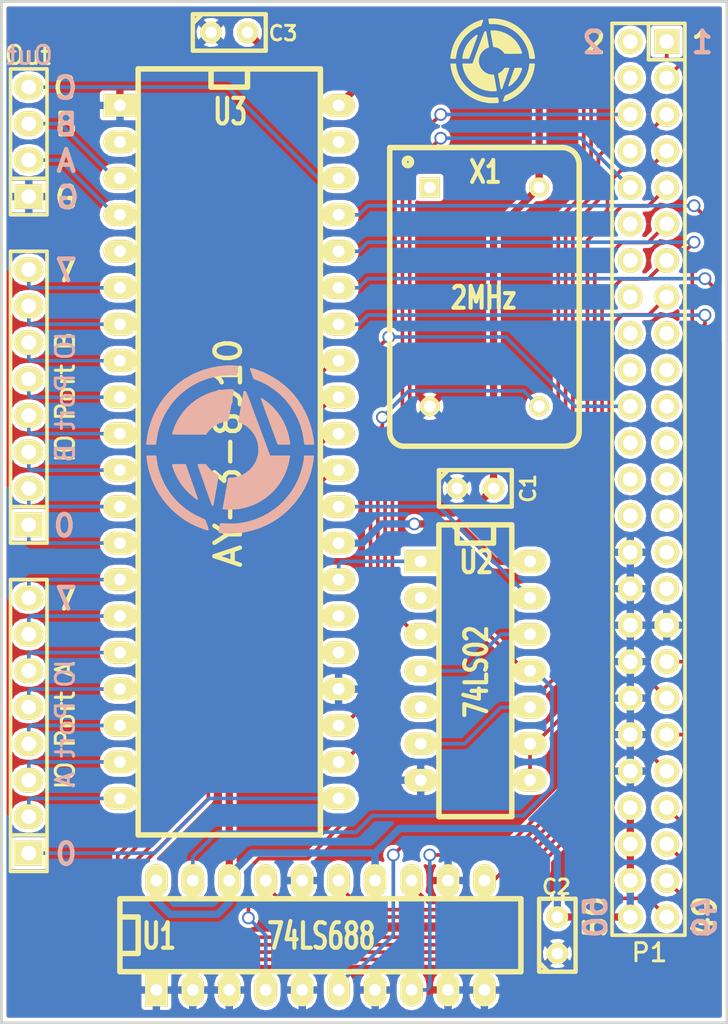
<source format=kicad_pcb>
(kicad_pcb (version 4) (host pcbnew "(2014-08-04 BZR 5053)-product")
  (layers (0 F.Cu signal) (31 B.Cu signal) (34 B.Paste user) (35 F.Paste user) (36 B.SilkS user) (37 F.SilkS user) (38 B.Mask user) (39 F.Mask user) (44 Edge.Cuts user))
  (net 0 "")
  (net 1 GND)
  (net 2 VCC)
  (net 3 /A0)
  (net 4 "Net-(P1-Pad2)")
  (net 5 /A1)
  (net 6 "Net-(P1-Pad4)")
  (net 7 /A2)
  (net 8 /IORQ)
  (net 9 /A3)
  (net 10 "Net-(P1-Pad8)")
  (net 11 /A4)
  (net 12 /RD)
  (net 13 /A5)
  (net 14 "Net-(P1-Pad12)")
  (net 15 /A6)
  (net 16 "Net-(P1-Pad14)")
  (net 17 /A7)
  (net 18 "Net-(P1-Pad16)")
  (net 19 "Net-(P1-Pad17)")
  (net 20 "Net-(P1-Pad18)")
  (net 21 "Net-(P1-Pad19)")
  (net 22 "Net-(P1-Pad20)")
  (net 23 "Net-(P1-Pad21)")
  (net 24 /RESET)
  (net 25 "Net-(P1-Pad23)")
  (net 26 "Net-(P1-Pad24)")
  (net 27 "Net-(P1-Pad25)")
  (net 28 "Net-(P1-Pad26)")
  (net 29 "Net-(P1-Pad27)")
  (net 30 "Net-(P1-Pad28)")
  (net 31 "Net-(P1-Pad29)")
  (net 32 "Net-(P1-Pad31)")
  (net 33 /D0)
  (net 34 /D1)
  (net 35 /D2)
  (net 36 /D3)
  (net 37 /D4)
  (net 38 /D5)
  (net 39 /D6)
  (net 40 /D7)
  (net 41 /CH_A)
  (net 42 /CH_B)
  (net 43 /CH_C)
  (net 44 /IOA0)
  (net 45 /IOA1)
  (net 46 /IOA2)
  (net 47 /IOA3)
  (net 48 /IOA4)
  (net 49 /IOA5)
  (net 50 /IOA6)
  (net 51 /IOA7)
  (net 52 /IOB0)
  (net 53 /IOB1)
  (net 54 /IOB2)
  (net 55 /IOB3)
  (net 56 /IOB4)
  (net 57 /IOB5)
  (net 58 /IOB6)
  (net 59 /IOB7)
  (net 60 /AYCS)
  (net 61 /BDIR)
  (net 62 "Net-(U2-Pad12)")
  (net 63 "Net-(U2-Pad10)")
  (net 64 /BC1)
  (net 65 /AYCLK)
  (net 66 "Net-(X1-Pad1)")
  (module Capacitors_ThroughHole:Capacitor3MMDiscRM2.5 (layer F.Cu) (at 187.7695 115.7605)
    (fp_text reference C1 (at 3.683 0 90) (layer F.SilkS) (effects (font (size 1.016 1.016) (thickness 0.2032))))
    (fp_text value C hide)
    (pad 1 thru_hole circle (at -1.27 0) (size 1.50114 1.50114) (drill 0.8001) (layers *.Cu *.Mask F.SilkS) (net 1 GND))
    (pad 2 thru_hole circle (at 1.27 0) (size 1.50114 1.50114) (drill 0.8001) (layers *.Cu *.Mask F.SilkS) (net 2 VCC))
  )
  (module Capacitors_ThroughHole:Capacitor3MMDiscRM2.5 (layer F.Cu) (at 193.4845 146.8755 90)
    (fp_text reference C2 (at 3.3655 -0.0635 180) (layer F.SilkS) (effects (font (size 1.016 1.016) (thickness 0.2032))))
    (fp_text value C hide)
    (pad 1 thru_hole circle (at -1.27 0 90) (size 1.50114 1.50114) (drill 0.8001) (layers *.Cu *.Mask F.SilkS) (net 1 GND))
    (pad 2 thru_hole circle (at 1.27 0 90) (size 1.50114 1.50114) (drill 0.8001) (layers *.Cu *.Mask F.SilkS) (net 2 VCC))
  )
  (module Capacitors_ThroughHole:Capacitor3MMDiscRM2.5 (layer F.Cu) (at 170.6245 84.0105)
    (fp_text reference C3 (at 3.7465 0.0635 180) (layer F.SilkS) (effects (font (size 1.016 1.016) (thickness 0.2032))))
    (fp_text value C hide)
    (pad 1 thru_hole circle (at -1.27 0) (size 1.50114 1.50114) (drill 0.8001) (layers *.Cu *.Mask F.SilkS) (net 1 GND))
    (pad 2 thru_hole circle (at 1.27 0) (size 1.50114 1.50114) (drill 0.8001) (layers *.Cu *.Mask F.SilkS) (net 2 VCC))
  )
  (module Socket_Strips:Socket_Strip_Straight_2x25 (layer F.Cu) (at 199.8345 115.1255 90)
    (fp_text reference P1 (at -32.9565 0.0635 180) (layer F.SilkS) (effects (font (size 1.27 1.27) (thickness 0.2032))))
    (fp_text value CONN_25X2 hide)
    (pad 1 thru_hole rect (at 30.48 1.27 270) (size 1.7272 1.7272) (drill 1.016) (layers *.Cu *.Mask F.SilkS) (net 3 /A0))
    (pad 2 thru_hole oval (at 30.48 -1.27 270) (size 1.7272 1.7272) (drill 1.016) (layers *.Cu *.Mask F.SilkS) (net 4 "Net-(P1-Pad2)"))
    (pad 3 thru_hole oval (at 27.94 1.27 270) (size 1.7272 1.7272) (drill 1.016) (layers *.Cu *.Mask F.SilkS) (net 5 /A1))
    (pad 4 thru_hole oval (at 27.94 -1.27 270) (size 1.7272 1.7272) (drill 1.016) (layers *.Cu *.Mask F.SilkS) (net 6 "Net-(P1-Pad4)"))
    (pad 5 thru_hole oval (at 25.4 1.27 270) (size 1.7272 1.7272) (drill 1.016) (layers *.Cu *.Mask F.SilkS) (net 7 /A2))
    (pad 6 thru_hole oval (at 25.4 -1.27 270) (size 1.7272 1.7272) (drill 1.016) (layers *.Cu *.Mask F.SilkS) (net 8 /IORQ))
    (pad 7 thru_hole oval (at 22.86 1.27 270) (size 1.7272 1.7272) (drill 1.016) (layers *.Cu *.Mask F.SilkS) (net 9 /A3))
    (pad 8 thru_hole oval (at 22.86 -1.27 270) (size 1.7272 1.7272) (drill 1.016) (layers *.Cu *.Mask F.SilkS) (net 10 "Net-(P1-Pad8)"))
    (pad 9 thru_hole oval (at 20.32 1.27 270) (size 1.7272 1.7272) (drill 1.016) (layers *.Cu *.Mask F.SilkS) (net 11 /A4))
    (pad 10 thru_hole oval (at 20.32 -1.27 270) (size 1.7272 1.7272) (drill 1.016) (layers *.Cu *.Mask F.SilkS) (net 12 /RD))
    (pad 11 thru_hole oval (at 17.78 1.27 270) (size 1.7272 1.7272) (drill 1.016) (layers *.Cu *.Mask F.SilkS) (net 13 /A5))
    (pad 12 thru_hole oval (at 17.78 -1.27 270) (size 1.7272 1.7272) (drill 1.016) (layers *.Cu *.Mask F.SilkS) (net 14 "Net-(P1-Pad12)"))
    (pad 13 thru_hole oval (at 15.24 1.27 270) (size 1.7272 1.7272) (drill 1.016) (layers *.Cu *.Mask F.SilkS) (net 15 /A6))
    (pad 14 thru_hole oval (at 15.24 -1.27 270) (size 1.7272 1.7272) (drill 1.016) (layers *.Cu *.Mask F.SilkS) (net 16 "Net-(P1-Pad14)"))
    (pad 15 thru_hole oval (at 12.7 1.27 270) (size 1.7272 1.7272) (drill 1.016) (layers *.Cu *.Mask F.SilkS) (net 17 /A7))
    (pad 16 thru_hole oval (at 12.7 -1.27 270) (size 1.7272 1.7272) (drill 1.016) (layers *.Cu *.Mask F.SilkS) (net 18 "Net-(P1-Pad16)"))
    (pad 17 thru_hole oval (at 10.16 1.27 270) (size 1.7272 1.7272) (drill 1.016) (layers *.Cu *.Mask F.SilkS) (net 19 "Net-(P1-Pad17)"))
    (pad 18 thru_hole oval (at 10.16 -1.27 270) (size 1.7272 1.7272) (drill 1.016) (layers *.Cu *.Mask F.SilkS) (net 20 "Net-(P1-Pad18)"))
    (pad 19 thru_hole oval (at 7.62 1.27 270) (size 1.7272 1.7272) (drill 1.016) (layers *.Cu *.Mask F.SilkS) (net 21 "Net-(P1-Pad19)"))
    (pad 20 thru_hole oval (at 7.62 -1.27 270) (size 1.7272 1.7272) (drill 1.016) (layers *.Cu *.Mask F.SilkS) (net 22 "Net-(P1-Pad20)"))
    (pad 21 thru_hole oval (at 5.08 1.27 270) (size 1.7272 1.7272) (drill 1.016) (layers *.Cu *.Mask F.SilkS) (net 23 "Net-(P1-Pad21)"))
    (pad 22 thru_hole oval (at 5.08 -1.27 270) (size 1.7272 1.7272) (drill 1.016) (layers *.Cu *.Mask F.SilkS) (net 24 /RESET))
    (pad 23 thru_hole oval (at 2.54 1.27 270) (size 1.7272 1.7272) (drill 1.016) (layers *.Cu *.Mask F.SilkS) (net 25 "Net-(P1-Pad23)"))
    (pad 24 thru_hole oval (at 2.54 -1.27 270) (size 1.7272 1.7272) (drill 1.016) (layers *.Cu *.Mask F.SilkS) (net 26 "Net-(P1-Pad24)"))
    (pad 25 thru_hole oval (at 0 1.27 270) (size 1.7272 1.7272) (drill 1.016) (layers *.Cu *.Mask F.SilkS) (net 27 "Net-(P1-Pad25)"))
    (pad 26 thru_hole oval (at 0 -1.27 270) (size 1.7272 1.7272) (drill 1.016) (layers *.Cu *.Mask F.SilkS) (net 28 "Net-(P1-Pad26)"))
    (pad 27 thru_hole oval (at -2.54 1.27 270) (size 1.7272 1.7272) (drill 1.016) (layers *.Cu *.Mask F.SilkS) (net 29 "Net-(P1-Pad27)"))
    (pad 28 thru_hole oval (at -2.54 -1.27 270) (size 1.7272 1.7272) (drill 1.016) (layers *.Cu *.Mask F.SilkS) (net 30 "Net-(P1-Pad28)"))
    (pad 29 thru_hole oval (at -5.08 1.27 270) (size 1.7272 1.7272) (drill 1.016) (layers *.Cu *.Mask F.SilkS) (net 31 "Net-(P1-Pad29)"))
    (pad 30 thru_hole oval (at -5.08 -1.27 270) (size 1.7272 1.7272) (drill 1.016) (layers *.Cu *.Mask F.SilkS) (net 1 GND))
    (pad 31 thru_hole oval (at -7.62 1.27 270) (size 1.7272 1.7272) (drill 1.016) (layers *.Cu *.Mask F.SilkS) (net 32 "Net-(P1-Pad31)"))
    (pad 32 thru_hole oval (at -7.62 -1.27 270) (size 1.7272 1.7272) (drill 1.016) (layers *.Cu *.Mask F.SilkS) (net 1 GND))
    (pad 33 thru_hole oval (at -10.16 1.27 270) (size 1.7272 1.7272) (drill 1.016) (layers *.Cu *.Mask F.SilkS) (net 1 GND))
    (pad 34 thru_hole oval (at -10.16 -1.27 270) (size 1.7272 1.7272) (drill 1.016) (layers *.Cu *.Mask F.SilkS) (net 1 GND))
    (pad 35 thru_hole oval (at -12.7 1.27 270) (size 1.7272 1.7272) (drill 1.016) (layers *.Cu *.Mask F.SilkS) (net 33 /D0))
    (pad 36 thru_hole oval (at -12.7 -1.27 270) (size 1.7272 1.7272) (drill 1.016) (layers *.Cu *.Mask F.SilkS) (net 1 GND))
    (pad 37 thru_hole oval (at -15.24 1.27 270) (size 1.7272 1.7272) (drill 1.016) (layers *.Cu *.Mask F.SilkS) (net 34 /D1))
    (pad 38 thru_hole oval (at -15.24 -1.27 270) (size 1.7272 1.7272) (drill 1.016) (layers *.Cu *.Mask F.SilkS) (net 1 GND))
    (pad 39 thru_hole oval (at -17.78 1.27 270) (size 1.7272 1.7272) (drill 1.016) (layers *.Cu *.Mask F.SilkS) (net 35 /D2))
    (pad 40 thru_hole oval (at -17.78 -1.27 270) (size 1.7272 1.7272) (drill 1.016) (layers *.Cu *.Mask F.SilkS) (net 1 GND))
    (pad 41 thru_hole oval (at -20.32 1.27 270) (size 1.7272 1.7272) (drill 1.016) (layers *.Cu *.Mask F.SilkS) (net 36 /D3))
    (pad 42 thru_hole oval (at -20.32 -1.27 270) (size 1.7272 1.7272) (drill 1.016) (layers *.Cu *.Mask F.SilkS) (net 1 GND))
    (pad 43 thru_hole oval (at -22.86 1.27 270) (size 1.7272 1.7272) (drill 1.016) (layers *.Cu *.Mask F.SilkS) (net 37 /D4))
    (pad 44 thru_hole oval (at -22.86 -1.27 270) (size 1.7272 1.7272) (drill 1.016) (layers *.Cu *.Mask F.SilkS) (net 2 VCC))
    (pad 45 thru_hole oval (at -25.4 1.27 270) (size 1.7272 1.7272) (drill 1.016) (layers *.Cu *.Mask F.SilkS) (net 38 /D5))
    (pad 46 thru_hole oval (at -25.4 -1.27 270) (size 1.7272 1.7272) (drill 1.016) (layers *.Cu *.Mask F.SilkS) (net 2 VCC))
    (pad 47 thru_hole oval (at -27.94 1.27 270) (size 1.7272 1.7272) (drill 1.016) (layers *.Cu *.Mask F.SilkS) (net 39 /D6))
    (pad 48 thru_hole oval (at -27.94 -1.27 270) (size 1.7272 1.7272) (drill 1.016) (layers *.Cu *.Mask F.SilkS) (net 2 VCC))
    (pad 49 thru_hole oval (at -30.48 1.27 270) (size 1.7272 1.7272) (drill 1.016) (layers *.Cu *.Mask F.SilkS) (net 40 /D7))
    (pad 50 thru_hole oval (at -30.48 -1.27 270) (size 1.7272 1.7272) (drill 1.016) (layers *.Cu *.Mask F.SilkS) (net 2 VCC))
  )
  (module Socket_Strips:Socket_Strip_Straight_1x04 (layer F.Cu) (at 156.6545 91.6305 270)
    (fp_text reference Out (at -6.0325 0.0635 540) (layer F.SilkS) (effects (font (size 1.27 1.27) (thickness 0.2032))))
    (fp_text value CONN_4 hide)
    (pad 1 thru_hole rect (at 3.81 0 90) (size 1.7272 2.032) (drill 1.016) (layers *.Cu *.Mask F.SilkS) (net 1 GND))
    (pad 2 thru_hole oval (at 1.27 0 90) (size 1.7272 2.032) (drill 1.016) (layers *.Cu *.Mask F.SilkS) (net 41 /CH_A))
    (pad 3 thru_hole oval (at -1.27 0 90) (size 1.7272 2.032) (drill 1.016) (layers *.Cu *.Mask F.SilkS) (net 42 /CH_B))
    (pad 4 thru_hole oval (at -3.81 0 90) (size 1.7272 2.032) (drill 1.016) (layers *.Cu *.Mask F.SilkS) (net 43 /CH_C))
  )
  (module Socket_Strips:Socket_Strip_Straight_1x08 (layer F.Cu) (at 156.6545 132.2705 270)
    (fp_text reference "IO Port A" (at 0 -2.54 270) (layer F.SilkS) (effects (font (size 1.27 1.27) (thickness 0.2032))))
    (fp_text value CONN_8 hide)
    (pad 1 thru_hole rect (at 8.89 0 90) (size 1.7272 2.032) (drill 1.016) (layers *.Cu *.Mask F.SilkS) (net 44 /IOA0))
    (pad 2 thru_hole oval (at 6.35 0 90) (size 1.7272 2.032) (drill 1.016) (layers *.Cu *.Mask F.SilkS) (net 45 /IOA1))
    (pad 3 thru_hole oval (at 3.81 0 90) (size 1.7272 2.032) (drill 1.016) (layers *.Cu *.Mask F.SilkS) (net 46 /IOA2))
    (pad 4 thru_hole oval (at 1.27 0 90) (size 1.7272 2.032) (drill 1.016) (layers *.Cu *.Mask F.SilkS) (net 47 /IOA3))
    (pad 5 thru_hole oval (at -1.27 0 90) (size 1.7272 2.032) (drill 1.016) (layers *.Cu *.Mask F.SilkS) (net 48 /IOA4))
    (pad 6 thru_hole oval (at -3.81 0 90) (size 1.7272 2.032) (drill 1.016) (layers *.Cu *.Mask F.SilkS) (net 49 /IOA5))
    (pad 7 thru_hole oval (at -6.35 0 90) (size 1.7272 2.032) (drill 1.016) (layers *.Cu *.Mask F.SilkS) (net 50 /IOA6))
    (pad 8 thru_hole oval (at -8.89 0 90) (size 1.7272 2.032) (drill 1.016) (layers *.Cu *.Mask F.SilkS) (net 51 /IOA7))
  )
  (module Socket_Strips:Socket_Strip_Straight_1x08 (layer F.Cu) (at 156.6545 109.4105 270)
    (fp_text reference "IO Port B" (at 0 -2.54 270) (layer F.SilkS) (effects (font (size 1.27 1.27) (thickness 0.2032))))
    (fp_text value CONN_8 hide)
    (pad 1 thru_hole rect (at 8.89 0 90) (size 1.7272 2.032) (drill 1.016) (layers *.Cu *.Mask F.SilkS) (net 52 /IOB0))
    (pad 2 thru_hole oval (at 6.35 0 90) (size 1.7272 2.032) (drill 1.016) (layers *.Cu *.Mask F.SilkS) (net 53 /IOB1))
    (pad 3 thru_hole oval (at 3.81 0 90) (size 1.7272 2.032) (drill 1.016) (layers *.Cu *.Mask F.SilkS) (net 54 /IOB2))
    (pad 4 thru_hole oval (at 1.27 0 90) (size 1.7272 2.032) (drill 1.016) (layers *.Cu *.Mask F.SilkS) (net 55 /IOB3))
    (pad 5 thru_hole oval (at -1.27 0 90) (size 1.7272 2.032) (drill 1.016) (layers *.Cu *.Mask F.SilkS) (net 56 /IOB4))
    (pad 6 thru_hole oval (at -3.81 0 90) (size 1.7272 2.032) (drill 1.016) (layers *.Cu *.Mask F.SilkS) (net 57 /IOB5))
    (pad 7 thru_hole oval (at -6.35 0 90) (size 1.7272 2.032) (drill 1.016) (layers *.Cu *.Mask F.SilkS) (net 58 /IOB6))
    (pad 8 thru_hole oval (at -8.89 0 90) (size 1.7272 2.032) (drill 1.016) (layers *.Cu *.Mask F.SilkS) (net 59 /IOB7))
  )
  (module Sockets_DIP:DIP-20__300_ELL (layer F.Cu) (at 176.9745 146.8755)
    (fp_text reference U1 (at -11.2395 0.0635) (layer F.SilkS) (effects (font (size 1.778 1.143) (thickness 0.3048))))
    (fp_text value 74LS688 (at 0.0635 0.0635) (layer F.SilkS) (effects (font (size 1.778 1.143) (thickness 0.3048))))
    (pad 1 thru_hole rect (at -11.43 3.81) (size 1.5748 2.286) (drill 0.8128) (layers *.Cu *.Mask F.SilkS) (net 1 GND))
    (pad 2 thru_hole oval (at -8.89 3.81) (size 1.5748 2.286) (drill 0.8128) (layers *.Cu *.Mask F.SilkS) (net 1 GND))
    (pad 3 thru_hole oval (at -6.35 3.81) (size 1.5748 2.286) (drill 0.8128) (layers *.Cu *.Mask F.SilkS) (net 1 GND))
    (pad 4 thru_hole oval (at -3.81 3.81) (size 1.5748 2.286) (drill 0.8128) (layers *.Cu *.Mask F.SilkS) (net 8 /IORQ))
    (pad 5 thru_hole oval (at -1.27 3.81) (size 1.5748 2.286) (drill 0.8128) (layers *.Cu *.Mask F.SilkS) (net 1 GND))
    (pad 6 thru_hole oval (at 1.27 3.81) (size 1.5748 2.286) (drill 0.8128) (layers *.Cu *.Mask F.SilkS) (net 7 /A2))
    (pad 7 thru_hole oval (at 3.81 3.81) (size 1.5748 2.286) (drill 0.8128) (layers *.Cu *.Mask F.SilkS) (net 1 GND))
    (pad 8 thru_hole oval (at 6.35 3.81) (size 1.5748 2.286) (drill 0.8128) (layers *.Cu *.Mask F.SilkS) (net 9 /A3))
    (pad 9 thru_hole oval (at 8.89 3.81) (size 1.5748 2.286) (drill 0.8128) (layers *.Cu *.Mask F.SilkS) (net 1 GND))
    (pad 10 thru_hole oval (at 11.43 3.81) (size 1.5748 2.286) (drill 0.8128) (layers *.Cu *.Mask F.SilkS) (net 1 GND))
    (pad 11 thru_hole oval (at 11.43 -3.81) (size 1.5748 2.286) (drill 0.8128) (layers *.Cu *.Mask F.SilkS) (net 11 /A4))
    (pad 12 thru_hole oval (at 8.89 -3.81) (size 1.5748 2.286) (drill 0.8128) (layers *.Cu *.Mask F.SilkS) (net 1 GND))
    (pad 13 thru_hole oval (at 6.35 -3.81) (size 1.5748 2.286) (drill 0.8128) (layers *.Cu *.Mask F.SilkS) (net 13 /A5))
    (pad 14 thru_hole oval (at 3.81 -3.81) (size 1.5748 2.286) (drill 0.8128) (layers *.Cu *.Mask F.SilkS) (net 2 VCC))
    (pad 15 thru_hole oval (at 1.27 -3.81) (size 1.5748 2.286) (drill 0.8128) (layers *.Cu *.Mask F.SilkS) (net 15 /A6))
    (pad 16 thru_hole oval (at -1.27 -3.81) (size 1.5748 2.286) (drill 0.8128) (layers *.Cu *.Mask F.SilkS) (net 1 GND))
    (pad 17 thru_hole oval (at -3.81 -3.81) (size 1.5748 2.286) (drill 0.8128) (layers *.Cu *.Mask F.SilkS) (net 17 /A7))
    (pad 18 thru_hole oval (at -6.35 -3.81) (size 1.5748 2.286) (drill 0.8128) (layers *.Cu *.Mask F.SilkS) (net 2 VCC))
    (pad 19 thru_hole oval (at -8.89 -3.81) (size 1.5748 2.286) (drill 0.8128) (layers *.Cu *.Mask F.SilkS) (net 60 /AYCS))
    (pad 20 thru_hole oval (at -11.43 -3.81) (size 1.5748 2.286) (drill 0.8128) (layers *.Cu *.Mask F.SilkS) (net 2 VCC))
  )
  (module Sockets_DIP:DIP-14__300_ELL (layer F.Cu) (at 187.7695 128.4605 270)
    (fp_text reference U2 (at -7.5565 -0.0635 360) (layer F.SilkS) (effects (font (size 1.524 1.143) (thickness 0.3048))))
    (fp_text value 74LS02 (at 0.0635 -0.0635 270) (layer F.SilkS) (effects (font (size 1.524 1.143) (thickness 0.3048))))
    (pad 1 thru_hole rect (at -7.62 3.81 270) (size 1.5748 2.286) (drill 0.8128) (layers *.Cu *.Mask F.SilkS) (net 61 /BDIR))
    (pad 2 thru_hole oval (at -5.08 3.81 270) (size 1.5748 2.286) (drill 0.8128) (layers *.Cu *.Mask F.SilkS) (net 60 /AYCS))
    (pad 3 thru_hole oval (at -2.54 3.81 270) (size 1.5748 2.286) (drill 0.8128) (layers *.Cu *.Mask F.SilkS) (net 12 /RD))
    (pad 4 thru_hole oval (at 0 3.81 270) (size 1.5748 2.286) (drill 0.8128) (layers *.Cu *.Mask F.SilkS) (net 62 "Net-(U2-Pad12)"))
    (pad 5 thru_hole oval (at 2.54 3.81 270) (size 1.5748 2.286) (drill 0.8128) (layers *.Cu *.Mask F.SilkS) (net 5 /A1))
    (pad 6 thru_hole oval (at 5.08 3.81 270) (size 1.5748 2.286) (drill 0.8128) (layers *.Cu *.Mask F.SilkS) (net 63 "Net-(U2-Pad10)"))
    (pad 7 thru_hole oval (at 7.62 3.81 270) (size 1.5748 2.286) (drill 0.8128) (layers *.Cu *.Mask F.SilkS) (net 1 GND))
    (pad 8 thru_hole oval (at 7.62 -3.81 270) (size 1.5748 2.286) (drill 0.8128) (layers *.Cu *.Mask F.SilkS) (net 3 /A0))
    (pad 9 thru_hole oval (at 5.08 -3.81 270) (size 1.5748 2.286) (drill 0.8128) (layers *.Cu *.Mask F.SilkS) (net 3 /A0))
    (pad 10 thru_hole oval (at 2.54 -3.81 270) (size 1.5748 2.286) (drill 0.8128) (layers *.Cu *.Mask F.SilkS) (net 63 "Net-(U2-Pad10)"))
    (pad 11 thru_hole oval (at 0 -3.81 270) (size 1.5748 2.286) (drill 0.8128) (layers *.Cu *.Mask F.SilkS) (net 60 /AYCS))
    (pad 12 thru_hole oval (at -2.54 -3.81 270) (size 1.5748 2.286) (drill 0.8128) (layers *.Cu *.Mask F.SilkS) (net 62 "Net-(U2-Pad12)"))
    (pad 13 thru_hole oval (at -5.08 -3.81 270) (size 1.5748 2.286) (drill 0.8128) (layers *.Cu *.Mask F.SilkS) (net 64 /BC1))
    (pad 14 thru_hole oval (at -7.62 -3.81 270) (size 1.5748 2.286) (drill 0.8128) (layers *.Cu *.Mask F.SilkS) (net 2 VCC))
  )
  (module Sockets_DIP:DIP-40__600_ELL (layer F.Cu) (at 170.6245 113.2205 270)
    (fp_text reference U3 (at -23.6855 -0.0635 360) (layer F.SilkS) (effects (font (size 1.778 1.143) (thickness 0.3048))))
    (fp_text value AY-3-8910 (at 0.0635 0.0635 270) (layer F.SilkS) (effects (font (size 1.778 1.778) (thickness 0.3048))))
    (pad 1 thru_hole rect (at -24.13 7.62 270) (size 1.5748 2.286) (drill 0.8128) (layers *.Cu *.Mask F.SilkS) (net 1 GND))
    (pad 2 thru_hole oval (at -21.59 7.62 270) (size 1.5748 2.286) (drill 0.8128) (layers *.Cu *.Mask F.SilkS))
    (pad 3 thru_hole oval (at -19.05 7.62 270) (size 1.5748 2.286) (drill 0.8128) (layers *.Cu *.Mask F.SilkS) (net 42 /CH_B))
    (pad 4 thru_hole oval (at -16.51 7.62 270) (size 1.5748 2.286) (drill 0.8128) (layers *.Cu *.Mask F.SilkS) (net 41 /CH_A))
    (pad 5 thru_hole oval (at -13.97 7.62 270) (size 1.5748 2.286) (drill 0.8128) (layers *.Cu *.Mask F.SilkS))
    (pad 6 thru_hole oval (at -11.43 7.62 270) (size 1.5748 2.286) (drill 0.8128) (layers *.Cu *.Mask F.SilkS) (net 59 /IOB7))
    (pad 7 thru_hole oval (at -8.89 7.62 270) (size 1.5748 2.286) (drill 0.8128) (layers *.Cu *.Mask F.SilkS) (net 58 /IOB6))
    (pad 8 thru_hole oval (at -6.35 7.62 270) (size 1.5748 2.286) (drill 0.8128) (layers *.Cu *.Mask F.SilkS) (net 57 /IOB5))
    (pad 9 thru_hole oval (at -3.81 7.62 270) (size 1.5748 2.286) (drill 0.8128) (layers *.Cu *.Mask F.SilkS) (net 56 /IOB4))
    (pad 10 thru_hole oval (at -1.27 7.62 270) (size 1.5748 2.286) (drill 0.8128) (layers *.Cu *.Mask F.SilkS) (net 55 /IOB3))
    (pad 11 thru_hole oval (at 1.27 7.62 270) (size 1.5748 2.286) (drill 0.8128) (layers *.Cu *.Mask F.SilkS) (net 54 /IOB2))
    (pad 12 thru_hole oval (at 3.81 7.62 270) (size 1.5748 2.286) (drill 0.8128) (layers *.Cu *.Mask F.SilkS) (net 53 /IOB1))
    (pad 13 thru_hole oval (at 6.35 7.62 270) (size 1.5748 2.286) (drill 0.8128) (layers *.Cu *.Mask F.SilkS) (net 52 /IOB0))
    (pad 14 thru_hole oval (at 8.89 7.62 270) (size 1.5748 2.286) (drill 0.8128) (layers *.Cu *.Mask F.SilkS) (net 51 /IOA7))
    (pad 15 thru_hole oval (at 11.43 7.62 270) (size 1.5748 2.286) (drill 0.8128) (layers *.Cu *.Mask F.SilkS) (net 50 /IOA6))
    (pad 16 thru_hole oval (at 13.97 7.62 270) (size 1.5748 2.286) (drill 0.8128) (layers *.Cu *.Mask F.SilkS) (net 49 /IOA5))
    (pad 17 thru_hole oval (at 16.51 7.62 270) (size 1.5748 2.286) (drill 0.8128) (layers *.Cu *.Mask F.SilkS) (net 48 /IOA4))
    (pad 18 thru_hole oval (at 19.05 7.62 270) (size 1.5748 2.286) (drill 0.8128) (layers *.Cu *.Mask F.SilkS) (net 47 /IOA3))
    (pad 19 thru_hole oval (at 21.59 7.62 270) (size 1.5748 2.286) (drill 0.8128) (layers *.Cu *.Mask F.SilkS) (net 46 /IOA2))
    (pad 20 thru_hole oval (at 24.13 7.62 270) (size 1.5748 2.286) (drill 0.8128) (layers *.Cu *.Mask F.SilkS) (net 45 /IOA1))
    (pad 21 thru_hole oval (at 24.13 -7.62 270) (size 1.5748 2.286) (drill 0.8128) (layers *.Cu *.Mask F.SilkS) (net 44 /IOA0))
    (pad 22 thru_hole oval (at 21.59 -7.62 270) (size 1.5748 2.286) (drill 0.8128) (layers *.Cu *.Mask F.SilkS) (net 65 /AYCLK))
    (pad 23 thru_hole oval (at 19.05 -7.62 270) (size 1.5748 2.286) (drill 0.8128) (layers *.Cu *.Mask F.SilkS) (net 24 /RESET))
    (pad 24 thru_hole oval (at 16.51 -7.62 270) (size 1.5748 2.286) (drill 0.8128) (layers *.Cu *.Mask F.SilkS) (net 1 GND))
    (pad 25 thru_hole oval (at 13.97 -7.62 270) (size 1.5748 2.286) (drill 0.8128) (layers *.Cu *.Mask F.SilkS) (net 2 VCC))
    (pad 26 thru_hole oval (at 11.43 -7.62 270) (size 1.5748 2.286) (drill 0.8128) (layers *.Cu *.Mask F.SilkS))
    (pad 27 thru_hole oval (at 8.89 -7.62 270) (size 1.5748 2.286) (drill 0.8128) (layers *.Cu *.Mask F.SilkS) (net 61 /BDIR))
    (pad 28 thru_hole oval (at 6.35 -7.62 270) (size 1.5748 2.286) (drill 0.8128) (layers *.Cu *.Mask F.SilkS) (net 2 VCC))
    (pad 29 thru_hole oval (at 3.81 -7.62 270) (size 1.5748 2.286) (drill 0.8128) (layers *.Cu *.Mask F.SilkS) (net 64 /BC1))
    (pad 30 thru_hole oval (at 1.27 -7.62 270) (size 1.5748 2.286) (drill 0.8128) (layers *.Cu *.Mask F.SilkS) (net 40 /D7))
    (pad 31 thru_hole oval (at -1.27 -7.62 270) (size 1.5748 2.286) (drill 0.8128) (layers *.Cu *.Mask F.SilkS) (net 39 /D6))
    (pad 32 thru_hole oval (at -3.81 -7.62 270) (size 1.5748 2.286) (drill 0.8128) (layers *.Cu *.Mask F.SilkS) (net 38 /D5))
    (pad 33 thru_hole oval (at -6.35 -7.62 270) (size 1.5748 2.286) (drill 0.8128) (layers *.Cu *.Mask F.SilkS) (net 37 /D4))
    (pad 34 thru_hole oval (at -8.89 -7.62 270) (size 1.5748 2.286) (drill 0.8128) (layers *.Cu *.Mask F.SilkS) (net 36 /D3))
    (pad 35 thru_hole oval (at -11.43 -7.62 270) (size 1.5748 2.286) (drill 0.8128) (layers *.Cu *.Mask F.SilkS) (net 35 /D2))
    (pad 36 thru_hole oval (at -13.97 -7.62 270) (size 1.5748 2.286) (drill 0.8128) (layers *.Cu *.Mask F.SilkS) (net 34 /D1))
    (pad 37 thru_hole oval (at -16.51 -7.62 270) (size 1.5748 2.286) (drill 0.8128) (layers *.Cu *.Mask F.SilkS) (net 33 /D0))
    (pad 38 thru_hole oval (at -19.05 -7.62 270) (size 1.5748 2.286) (drill 0.8128) (layers *.Cu *.Mask F.SilkS) (net 43 /CH_C))
    (pad 39 thru_hole oval (at -21.59 -7.62 270) (size 1.5748 2.286) (drill 0.8128) (layers *.Cu *.Mask F.SilkS))
    (pad 40 thru_hole oval (at -24.13 -7.62 270) (size 1.5748 2.286) (drill 0.8128) (layers *.Cu *.Mask F.SilkS) (net 2 VCC))
  )
  (module Oscillator-Modules:OSCILLATOR_KXO-200 (layer F.Cu) (at 188.4045 102.4255 270)
    (fp_text reference X1 (at -8.6995 -0.0635 360) (layer F.SilkS) (effects (font (size 1.524 1.143) (thickness 0.28702))))
    (fp_text value 2MHz (at 0.0635 0.0635 360) (layer F.SilkS) (effects (font (size 1.524 1.143) (thickness 0.28575))))
    (pad 1 thru_hole rect (at -7.62 3.81 270) (size 1.397 1.397) (drill 0.8128) (layers *.Cu *.Mask F.SilkS) (net 66 "Net-(X1-Pad1)"))
    (pad 7 thru_hole circle (at 7.62 3.81 270) (size 1.397 1.397) (drill 0.8128) (layers *.Cu *.Mask F.SilkS) (net 1 GND))
    (pad 8 thru_hole circle (at 7.62 -3.81 270) (size 1.397 1.397) (drill 0.8128) (layers *.Cu *.Mask F.SilkS) (net 65 /AYCLK))
    (pad 14 thru_hole circle (at -7.62 -3.81 270) (size 1.397 1.397) (drill 0.8128) (layers *.Cu *.Mask F.SilkS) (net 2 VCC))
  )
  (module Own:logo_small (layer F.Cu) (at 188.976 86.106)
    (fp_text reference G*** hide)
    (fp_text value LOGO hide)
  )
  (module Own:logo-back (layer B.Cu) (at 170.688 113.284)
    (fp_text reference G*** hide)
    (fp_text value LOGO hide)
  )
  (gr_text "IO Port B" (at 159.1945 109.4105 90) (layer B.SilkS) (effects (font (size 1.27 1.27) (thickness 0.2032)) (justify mirror)))
  (gr_text "IO Port A" (at 159.1945 132.1435 90) (layer B.SilkS) (effects (font (size 1.27 1.27) (thickness 0.2032)) (justify mirror)))
  (gr_text Out (at 156.718 85.598) (layer B.SilkS) (effects (font (size 1.27 1.27) (thickness 0.2032)) (justify mirror)))
  (gr_text C (at 159.258 87.884) (layer B.SilkS) (effects (font (size 1.5 1.5) (thickness 0.3)) (justify mirror)))
  (gr_text B (at 159.258 90.424) (layer B.SilkS) (effects (font (size 1.5 1.5) (thickness 0.3)) (justify mirror)))
  (gr_text A (at 159.258 92.964) (layer B.SilkS) (effects (font (size 1.5 1.5) (thickness 0.3)) (justify mirror)))
  (gr_text G (at 159.385 95.504) (layer B.SilkS) (effects (font (size 1.5 1.5) (thickness 0.3)) (justify mirror)))
  (gr_text 7 (at 159.258 100.584) (layer B.SilkS) (effects (font (size 1.5 1.5) (thickness 0.3)) (justify mirror)))
  (gr_text 0 (at 159.131 118.364) (layer B.SilkS) (effects (font (size 1.5 1.5) (thickness 0.3)) (justify mirror)))
  (gr_text 0 (at 159.258 141.224) (layer B.SilkS) (effects (font (size 1.5 1.5) (thickness 0.3)) (justify mirror)))
  (gr_text 7 (at 159.258 123.444) (layer B.SilkS) (effects (font (size 1.5 1.5) (thickness 0.3)) (justify mirror)))
  (gr_text 50 (at 196.1515 145.6055 90) (layer B.SilkS) (effects (font (size 1.5 1.5) (thickness 0.3)) (justify mirror)))
  (gr_text 49 (at 203.7715 145.6055 90) (layer B.SilkS) (effects (font (size 1.5 1.5) (thickness 0.3)) (justify mirror)))
  (gr_text 2 (at 195.961 84.709) (layer B.SilkS) (effects (font (size 1.5 1.5) (thickness 0.3)) (justify mirror)))
  (gr_text 1 (at 203.581 84.709) (layer B.SilkS) (effects (font (size 1.5 1.5) (thickness 0.3)) (justify mirror)))
  (gr_text 49 (at 203.7715 145.6055 90) (layer F.SilkS) (effects (font (size 1.5 1.5) (thickness 0.3))))
  (gr_text 50 (at 196.1515 145.6055 90) (layer F.SilkS) (effects (font (size 1.5 1.5) (thickness 0.3))))
  (gr_text 2 (at 196.088 84.709) (layer F.SilkS) (effects (font (size 1.5 1.5) (thickness 0.3))))
  (gr_text 1 (at 203.581 84.709) (layer F.SilkS) (effects (font (size 1.5 1.5) (thickness 0.3))))
  (gr_line (start 154.7495 152.9715) (end 205.2955 152.9715) (layer Edge.Cuts) (width 0.2))
  (gr_line (start 154.7495 81.8515) (end 154.7495 152.9715) (layer Edge.Cuts) (width 0.2))
  (gr_line (start 205.2955 81.8515) (end 154.7495 81.8515) (layer Edge.Cuts) (width 0.2))
  (gr_line (start 205.2955 152.9715) (end 205.2955 81.8515) (layer Edge.Cuts) (width 0.2))
  (gr_text G (at 159.258 95.504) (layer F.SilkS) (effects (font (size 1.5 1.5) (thickness 0.3))))
  (gr_text C (at 159.131 87.884) (layer F.SilkS) (effects (font (size 1.5 1.5) (thickness 0.3))))
  (gr_text B (at 159.258 90.424) (layer F.SilkS) (effects (font (size 1.5 1.5) (thickness 0.3))))
  (gr_text A (at 159.258 92.964) (layer F.SilkS) (effects (font (size 1.5 1.5) (thickness 0.3))))
  (gr_text 7 (at 159.258 123.444) (layer F.SilkS) (effects (font (size 1.5 1.5) (thickness 0.3))))
  (gr_text 0 (at 159.258 141.224) (layer F.SilkS) (effects (font (size 1.5 1.5) (thickness 0.3))))
  (gr_text 7 (at 159.258 100.584) (layer F.SilkS) (effects (font (size 1.5 1.5) (thickness 0.3))))
  (gr_text 0 (at 159.131 118.364) (layer F.SilkS) (effects (font (size 1.5 1.5) (thickness 0.3))))
  (segment (start 183.9595 136.0805) (end 183.6039 136.0805) (width 0.254) (layer B.Cu) (net 1))
  (segment (start 178.6001 129.7305) (end 178.2445 129.7305) (width 0.254) (layer B.Cu) (net 1))
  (segment (start 177.8889 129.7305) (end 178.2445 129.7305) (width 0.254) (layer B.Cu) (net 1))
  (segment (start 175.7045 143.0655) (end 175.7045 142.7099) (width 0.254) (layer B.Cu) (net 1))
  (segment (start 175.7045 150.6855) (end 175.7045 151.0411) (width 0.254) (layer B.Cu) (net 1))
  (segment (start 170.6245 151.0411) (end 170.6245 150.6855) (width 0.254) (layer B.Cu) (net 1))
  (segment (start 180.7845 150.6855) (end 180.7845 151.0411) (width 0.254) (layer B.Cu) (net 1))
  (segment (start 185.8645 150.6855) (end 185.8645 151.0411) (width 0.254) (layer B.Cu) (net 1))
  (segment (start 191.5795 120.8405) (end 191.9351 120.8405) (width 0.254) (layer B.Cu) (net 2))
  (segment (start 193.7385 145.3515) (end 193.4845 145.6055) (width 0.254) (layer B.Cu) (net 2))
  (segment (start 178.2445 127.1905) (end 178.2445 127.273934) (width 0.254) (layer F.Cu) (net 2))
  (segment (start 165.5445 143.4211) (end 165.5445 143.0655) (width 0.254) (layer F.Cu) (net 2))
  (segment (start 180.7845 143.0655) (end 180.7845 143.4211) (width 0.254) (layer B.Cu) (net 2))
  (segment (start 178.2445 119.5705) (end 177.8889 119.5705) (width 0.254) (layer B.Cu) (net 2))
  (segment (start 177.8889 127.1905) (end 178.2445 127.1905) (width 0.254) (layer B.Cu) (net 2))
  (segment (start 193.4845 145.6055) (end 198.5645 145.6055) (width 0.508) (layer F.Cu) (net 2))
  (segment (start 198.5645 145.6055) (end 198.5645 143.0655) (width 0.508) (layer B.Cu) (net 2))
  (segment (start 198.5645 143.0655) (end 198.5645 140.5255) (width 0.508) (layer F.Cu) (net 2))
  (segment (start 198.5645 140.5255) (end 198.5645 137.9855) (width 0.508) (layer F.Cu) (net 2))
  (segment (start 193.4845 141.1605) (end 191.77 139.446) (width 0.508) (layer B.Cu) (net 2))
  (segment (start 193.4845 145.6055) (end 193.4845 141.1605) (width 0.508) (layer B.Cu) (net 2))
  (segment (start 180.7845 141.147798) (end 180.7845 143.0655) (width 0.508) (layer B.Cu) (net 2))
  (segment (start 182.486298 139.446) (end 180.7845 141.147798) (width 0.508) (layer B.Cu) (net 2))
  (segment (start 191.77 139.446) (end 182.486298 139.446) (width 0.508) (layer B.Cu) (net 2))
  (segment (start 170.6245 142.7099) (end 170.6245 143.0655) (width 0.508) (layer B.Cu) (net 2))
  (segment (start 172.186602 141.147798) (end 170.6245 142.7099) (width 0.508) (layer B.Cu) (net 2))
  (segment (start 180.7845 141.147798) (end 172.186602 141.147798) (width 0.508) (layer B.Cu) (net 2))
  (segment (start 165.5445 144.4625) (end 165.5445 143.0655) (width 0.508) (layer B.Cu) (net 2))
  (segment (start 166.497 145.415) (end 165.5445 144.4625) (width 0.508) (layer B.Cu) (net 2))
  (segment (start 169.799 145.415) (end 166.497 145.415) (width 0.508) (layer B.Cu) (net 2))
  (segment (start 170.6245 144.5895) (end 169.799 145.415) (width 0.508) (layer B.Cu) (net 2))
  (segment (start 170.6245 143.0655) (end 170.6245 144.5895) (width 0.508) (layer B.Cu) (net 2))
  (segment (start 174.4345 119.5705) (end 178.2445 119.5705) (width 0.508) (layer F.Cu) (net 2))
  (via (at 183.515 118.237) (size 0.889) (drill 0.635) (layers F.Cu B.Cu) (net 2))
  (segment (start 189.0395 97.9805) (end 192.2145 94.8055) (width 0.508) (layer F.Cu) (net 2))
  (segment (start 189.0395 115.7605) (end 189.0395 97.9805) (width 0.508) (layer F.Cu) (net 2))
  (segment (start 179.832 87.503) (end 178.2445 89.0905) (width 0.508) (layer F.Cu) (net 2))
  (segment (start 190.881 87.503) (end 179.832 87.503) (width 0.508) (layer F.Cu) (net 2))
  (segment (start 192.2145 88.8365) (end 190.881 87.503) (width 0.508) (layer F.Cu) (net 2))
  (segment (start 192.2145 94.8055) (end 192.2145 88.8365) (width 0.508) (layer F.Cu) (net 2))
  (segment (start 175.387 87.503) (end 171.8945 84.0105) (width 0.508) (layer F.Cu) (net 2))
  (segment (start 179.832 87.503) (end 175.387 87.503) (width 0.508) (layer F.Cu) (net 2))
  (segment (start 170.64379 127.1905) (end 170.6245 127.20979) (width 0.508) (layer F.Cu) (net 2))
  (segment (start 178.2445 127.1905) (end 170.64379 127.1905) (width 0.508) (layer F.Cu) (net 2))
  (segment (start 170.6245 127.20979) (end 170.6245 123.3805) (width 0.508) (layer F.Cu) (net 2))
  (segment (start 170.6245 143.0655) (end 170.6245 127.20979) (width 0.508) (layer F.Cu) (net 2))
  (segment (start 174.4345 119.5705) (end 170.6245 123.3805) (width 0.508) (layer F.Cu) (net 2))
  (segment (start 186.563 118.237) (end 189.0395 115.7605) (width 0.508) (layer F.Cu) (net 2))
  (segment (start 183.515 118.237) (end 186.563 118.237) (width 0.508) (layer F.Cu) (net 2))
  (segment (start 189.1665 120.8405) (end 191.5795 120.8405) (width 0.508) (layer F.Cu) (net 2))
  (segment (start 186.563 118.237) (end 189.1665 120.8405) (width 0.508) (layer F.Cu) (net 2))
  (segment (start 181.229 118.237) (end 183.515 118.237) (width 0.508) (layer B.Cu) (net 2))
  (segment (start 179.8955 119.5705) (end 181.229 118.237) (width 0.508) (layer B.Cu) (net 2))
  (segment (start 178.2445 119.5705) (end 179.8955 119.5705) (width 0.508) (layer B.Cu) (net 2))
  (segment (start 191.5795 133.5405) (end 191.5795 136.0805) (width 0.254) (layer F.Cu) (net 3))
  (segment (start 200.926701 85.940899) (end 197.967091 85.940899) (width 0.254) (layer F.Cu) (net 3))
  (segment (start 194.056009 97.242123) (end 194.056009 131.419591) (width 0.254) (layer F.Cu) (net 3))
  (segment (start 191.9351 133.5405) (end 191.5795 133.5405) (width 0.254) (layer F.Cu) (net 3))
  (segment (start 201.1045 85.7631) (end 200.926701 85.940899) (width 0.254) (layer F.Cu) (net 3))
  (segment (start 195.83401 95.464122) (end 194.056009 97.242123) (width 0.254) (layer F.Cu) (net 3))
  (segment (start 195.83401 88.07398) (end 195.83401 95.464122) (width 0.254) (layer F.Cu) (net 3))
  (segment (start 197.967091 85.940899) (end 195.83401 88.07398) (width 0.254) (layer F.Cu) (net 3))
  (segment (start 201.1045 84.6455) (end 201.1045 85.7631) (width 0.254) (layer F.Cu) (net 3))
  (segment (start 194.056009 131.419591) (end 191.9351 133.5405) (width 0.254) (layer F.Cu) (net 3))
  (segment (start 184.3151 131.0005) (end 183.9595 131.0005) (width 0.254) (layer F.Cu) (net 5))
  (segment (start 197.967091 83.400899) (end 202.272901 83.400899) (width 0.254) (layer F.Cu) (net 5))
  (segment (start 195.326 86.04199) (end 197.967091 83.400899) (width 0.254) (layer F.Cu) (net 5))
  (segment (start 195.326 95.25) (end 195.326 86.04199) (width 0.254) (layer F.Cu) (net 5))
  (segment (start 202.349101 85.940899) (end 201.1045 87.1855) (width 0.254) (layer F.Cu) (net 5))
  (segment (start 193.548 128.703161) (end 193.548 97.028) (width 0.254) (layer F.Cu) (net 5))
  (segment (start 192.419071 129.83209) (end 193.548 128.703161) (width 0.254) (layer F.Cu) (net 5))
  (segment (start 202.272901 83.400899) (end 202.349101 83.477099) (width 0.254) (layer F.Cu) (net 5))
  (segment (start 186.52491 129.83209) (end 192.419071 129.83209) (width 0.254) (layer F.Cu) (net 5))
  (segment (start 202.349101 83.477099) (end 202.349101 85.940899) (width 0.254) (layer F.Cu) (net 5))
  (segment (start 193.548 97.028) (end 195.326 95.25) (width 0.254) (layer F.Cu) (net 5))
  (segment (start 185.3565 131.0005) (end 186.52491 129.83209) (width 0.254) (layer F.Cu) (net 5))
  (segment (start 183.9595 131.0005) (end 185.3565 131.0005) (width 0.254) (layer F.Cu) (net 5))
  (segment (start 182.0545 141.2875) (end 182.0545 146.8755) (width 0.254) (layer B.Cu) (net 7))
  (segment (start 182.0545 146.8755) (end 179.6415 149.2885) (width 0.254) (layer B.Cu) (net 7))
  (segment (start 179.6415 149.2885) (end 179.2859 149.2885) (width 0.254) (layer B.Cu) (net 7))
  (segment (start 179.2859 149.2885) (end 178.2445 150.3299) (width 0.254) (layer B.Cu) (net 7))
  (segment (start 178.2445 150.3299) (end 178.2445 150.6855) (width 0.254) (layer B.Cu) (net 7))
  (via (at 182.0545 141.2875) (size 0.889) (drill 0.635) (layers F.Cu B.Cu) (net 7))
  (segment (start 194.564015 97.452551) (end 194.564015 136.107815) (width 0.254) (layer F.Cu) (net 7))
  (segment (start 197.967091 91.020899) (end 196.34202 92.64597) (width 0.254) (layer F.Cu) (net 7))
  (segment (start 194.564015 136.107815) (end 190.209831 140.461999) (width 0.254) (layer F.Cu) (net 7))
  (segment (start 199.809101 91.020899) (end 197.967091 91.020899) (width 0.254) (layer F.Cu) (net 7))
  (segment (start 201.1045 89.7255) (end 199.809101 91.020899) (width 0.254) (layer F.Cu) (net 7))
  (segment (start 196.34202 92.64597) (end 196.34202 95.674546) (width 0.254) (layer F.Cu) (net 7))
  (segment (start 196.34202 95.674546) (end 194.564015 97.452551) (width 0.254) (layer F.Cu) (net 7))
  (segment (start 182.880001 140.461999) (end 182.498999 140.843001) (width 0.254) (layer F.Cu) (net 7))
  (segment (start 182.498999 140.843001) (end 182.0545 141.2875) (width 0.254) (layer F.Cu) (net 7))
  (segment (start 190.209831 140.461999) (end 182.880001 140.461999) (width 0.254) (layer F.Cu) (net 7))
  (segment (start 198.5645 89.7255) (end 185.3565 89.7255) (width 0.254) (layer B.Cu) (net 8))
  (via (at 185.3565 89.7255) (size 0.889) (drill 0.635) (layers F.Cu B.Cu) (net 8))
  (via (at 171.958 145.669) (size 0.889) (drill 0.635) (layers F.Cu B.Cu) (net 8))
  (segment (start 173.1645 146.8755) (end 171.958 145.669) (width 0.254) (layer B.Cu) (net 8))
  (segment (start 173.1645 150.6855) (end 173.1645 146.8755) (width 0.254) (layer B.Cu) (net 8))
  (segment (start 182.689499 93.325067) (end 182.689499 111.486067) (width 0.254) (layer F.Cu) (net 8))
  (segment (start 176.08551 141.54149) (end 172.680529 141.54149) (width 0.254) (layer F.Cu) (net 8))
  (segment (start 182.6895 92.3925) (end 182.689499 93.325067) (width 0.254) (layer F.Cu) (net 8))
  (segment (start 181.48299 136.14401) (end 176.08551 141.54149) (width 0.254) (layer F.Cu) (net 8))
  (segment (start 182.689499 111.486067) (end 181.48299 112.692576) (width 0.254) (layer F.Cu) (net 8))
  (segment (start 172.680529 141.54149) (end 171.958 142.264019) (width 0.254) (layer F.Cu) (net 8))
  (segment (start 171.958 142.264019) (end 171.958 145.040383) (width 0.254) (layer F.Cu) (net 8))
  (segment (start 171.958 145.040383) (end 171.958 145.669) (width 0.254) (layer F.Cu) (net 8))
  (segment (start 185.3565 89.7255) (end 182.6895 92.3925) (width 0.254) (layer F.Cu) (net 8))
  (segment (start 181.48299 112.692576) (end 181.48299 136.14401) (width 0.254) (layer F.Cu) (net 8))
  (segment (start 184.5945 141.2875) (end 184.5945 150.4569) (width 0.254) (layer B.Cu) (net 9))
  (segment (start 184.5945 150.4569) (end 184.3659 150.6855) (width 0.254) (layer B.Cu) (net 9))
  (segment (start 184.3659 150.6855) (end 183.3245 150.6855) (width 0.254) (layer B.Cu) (net 9))
  (via (at 184.5945 141.2875) (size 0.889) (drill 0.635) (layers F.Cu B.Cu) (net 9))
  (segment (start 197.967091 93.560899) (end 196.977 94.55099) (width 0.254) (layer F.Cu) (net 9))
  (segment (start 201.1045 92.2655) (end 199.809101 93.560899) (width 0.254) (layer F.Cu) (net 9))
  (segment (start 195.072025 98.277531) (end 195.072024 136.31824) (width 0.254) (layer F.Cu) (net 9))
  (segment (start 196.977 94.55099) (end 196.977 96.372556) (width 0.254) (layer F.Cu) (net 9))
  (segment (start 190.102764 141.2875) (end 185.223117 141.2875) (width 0.254) (layer F.Cu) (net 9))
  (segment (start 199.809101 93.560899) (end 197.967091 93.560899) (width 0.254) (layer F.Cu) (net 9))
  (segment (start 196.977 96.372556) (end 195.072025 98.277531) (width 0.254) (layer F.Cu) (net 9))
  (segment (start 195.072024 136.31824) (end 190.102764 141.2875) (width 0.254) (layer F.Cu) (net 9))
  (segment (start 185.223117 141.2875) (end 184.5945 141.2875) (width 0.254) (layer F.Cu) (net 9))
  (segment (start 197.967091 96.100899) (end 195.580035 98.487955) (width 0.254) (layer F.Cu) (net 11))
  (segment (start 189.043198 143.0655) (end 188.4045 143.0655) (width 0.254) (layer F.Cu) (net 11))
  (segment (start 199.809101 96.100899) (end 197.967091 96.100899) (width 0.254) (layer F.Cu) (net 11))
  (segment (start 201.1045 94.8055) (end 199.809101 96.100899) (width 0.254) (layer F.Cu) (net 11))
  (segment (start 195.580035 136.528663) (end 189.043198 143.0655) (width 0.254) (layer F.Cu) (net 11))
  (segment (start 195.580035 98.487955) (end 195.580035 136.528663) (width 0.254) (layer F.Cu) (net 11))
  (segment (start 198.5645 94.8055) (end 195.1355 91.3765) (width 0.254) (layer B.Cu) (net 12))
  (segment (start 195.1355 91.3765) (end 185.3565 91.3765) (width 0.254) (layer B.Cu) (net 12))
  (via (at 185.3565 91.3765) (size 0.889) (drill 0.635) (layers F.Cu B.Cu) (net 12))
  (segment (start 183.197509 111.696491) (end 183.197509 93.535491) (width 0.254) (layer F.Cu) (net 12))
  (segment (start 181.991 112.903) (end 183.197509 111.696491) (width 0.254) (layer F.Cu) (net 12))
  (segment (start 183.6039 125.9205) (end 181.991 124.3076) (width 0.254) (layer F.Cu) (net 12))
  (segment (start 183.197509 93.535491) (end 185.3565 91.3765) (width 0.254) (layer F.Cu) (net 12))
  (segment (start 181.991 124.3076) (end 181.991 112.903) (width 0.254) (layer F.Cu) (net 12))
  (segment (start 183.9595 125.9205) (end 183.6039 125.9205) (width 0.254) (layer F.Cu) (net 12))
  (segment (start 197.967091 98.640899) (end 196.088045 100.519945) (width 0.254) (layer F.Cu) (net 13))
  (segment (start 188.888471 144.58951) (end 184.49291 144.58951) (width 0.254) (layer F.Cu) (net 13))
  (segment (start 196.088045 136.739087) (end 191.64298 141.184152) (width 0.254) (layer F.Cu) (net 13))
  (segment (start 201.1045 97.3455) (end 199.809101 98.640899) (width 0.254) (layer F.Cu) (net 13))
  (segment (start 191.64298 141.184152) (end 191.64298 141.835001) (width 0.254) (layer F.Cu) (net 13))
  (segment (start 199.809101 98.640899) (end 197.967091 98.640899) (width 0.254) (layer F.Cu) (net 13))
  (segment (start 191.64298 141.835001) (end 188.888471 144.58951) (width 0.254) (layer F.Cu) (net 13))
  (segment (start 184.49291 144.58951) (end 183.3245 143.4211) (width 0.254) (layer F.Cu) (net 13))
  (segment (start 196.088045 100.519945) (end 196.088045 136.739087) (width 0.254) (layer F.Cu) (net 13))
  (segment (start 183.3245 143.4211) (end 183.3245 143.0655) (width 0.254) (layer F.Cu) (net 13))
  (segment (start 192.15099 142.11301) (end 189.16648 145.09752) (width 0.254) (layer F.Cu) (net 15))
  (segment (start 179.92092 145.09752) (end 178.2445 143.4211) (width 0.254) (layer F.Cu) (net 15))
  (segment (start 196.596055 136.949511) (end 192.15099 141.394576) (width 0.254) (layer F.Cu) (net 15))
  (segment (start 199.809101 101.180899) (end 197.967091 101.180899) (width 0.254) (layer F.Cu) (net 15))
  (segment (start 201.1045 99.8855) (end 199.809101 101.180899) (width 0.254) (layer F.Cu) (net 15))
  (segment (start 196.596056 102.551934) (end 196.596055 136.949511) (width 0.254) (layer F.Cu) (net 15))
  (segment (start 192.15099 141.394576) (end 192.15099 142.11301) (width 0.254) (layer F.Cu) (net 15))
  (segment (start 189.16648 145.09752) (end 179.92092 145.09752) (width 0.254) (layer F.Cu) (net 15))
  (segment (start 178.2445 143.4211) (end 178.2445 143.0655) (width 0.254) (layer F.Cu) (net 15))
  (segment (start 197.967091 101.180899) (end 196.596056 102.551934) (width 0.254) (layer F.Cu) (net 15))
  (segment (start 189.42047 145.60553) (end 175.34893 145.60553) (width 0.254) (layer F.Cu) (net 17))
  (segment (start 197.104065 137.159935) (end 192.659 141.605) (width 0.254) (layer F.Cu) (net 17))
  (segment (start 197.104065 104.583925) (end 197.104065 137.159935) (width 0.254) (layer F.Cu) (net 17))
  (segment (start 192.659 141.605) (end 192.659 142.367) (width 0.254) (layer F.Cu) (net 17))
  (segment (start 198.017889 103.670101) (end 197.104065 104.583925) (width 0.254) (layer F.Cu) (net 17))
  (segment (start 201.1045 102.4255) (end 199.859899 103.670101) (width 0.254) (layer F.Cu) (net 17))
  (segment (start 192.659 142.367) (end 189.42047 145.60553) (width 0.254) (layer F.Cu) (net 17))
  (segment (start 173.1645 143.4211) (end 173.1645 143.0655) (width 0.254) (layer F.Cu) (net 17))
  (segment (start 175.34893 145.60553) (end 173.1645 143.4211) (width 0.254) (layer F.Cu) (net 17))
  (segment (start 199.859899 103.670101) (end 198.017889 103.670101) (width 0.254) (layer F.Cu) (net 17))
  (segment (start 198.5645 110.0455) (end 194.710934 110.0455) (width 0.254) (layer B.Cu) (net 24))
  (segment (start 194.710934 110.0455) (end 189.884934 105.2195) (width 0.254) (layer B.Cu) (net 24))
  (segment (start 189.884934 105.2195) (end 181.737 105.2195) (width 0.254) (layer B.Cu) (net 24))
  (via (at 181.737 105.2195) (size 0.889) (drill 0.635) (layers F.Cu B.Cu) (net 24))
  (segment (start 178.2445 132.2705) (end 178.6001 132.2705) (width 0.254) (layer F.Cu) (net 24))
  (segment (start 180.466971 130.403629) (end 180.466971 106.489529) (width 0.254) (layer F.Cu) (net 24))
  (segment (start 178.6001 132.2705) (end 180.466971 130.403629) (width 0.254) (layer F.Cu) (net 24))
  (segment (start 181.292501 105.663999) (end 181.737 105.2195) (width 0.254) (layer F.Cu) (net 24))
  (segment (start 180.466971 106.489529) (end 181.292501 105.663999) (width 0.254) (layer F.Cu) (net 24))
  (segment (start 202.882443 100.695815) (end 203.883259 99.694999) (width 0.254) (layer F.Cu) (net 33))
  (segment (start 203.883259 99.694999) (end 203.883259 96.949259) (width 0.254) (layer F.Cu) (net 33))
  (segment (start 203.883259 96.949259) (end 203.0095 96.0755) (width 0.254) (layer F.Cu) (net 33))
  (segment (start 201.1045 127.8255) (end 202.325814 127.8255) (width 0.254) (layer F.Cu) (net 33))
  (segment (start 202.882443 127.268871) (end 202.882443 100.695815) (width 0.254) (layer F.Cu) (net 33))
  (segment (start 202.325814 127.8255) (end 202.882443 127.268871) (width 0.254) (layer F.Cu) (net 33))
  (via (at 203.0095 96.0755) (size 0.889) (drill 0.635) (layers F.Cu B.Cu) (net 33))
  (segment (start 179.6415 96.7105) (end 178.2445 96.7105) (width 0.254) (layer B.Cu) (net 33))
  (segment (start 203.0095 96.0755) (end 180.2765 96.0755) (width 0.254) (layer B.Cu) (net 33))
  (segment (start 180.2765 96.0755) (end 179.6415 96.7105) (width 0.254) (layer B.Cu) (net 33))
  (segment (start 201.1045 130.3655) (end 199.8345 129.0955) (width 0.254) (layer F.Cu) (net 34))
  (segment (start 199.8345 129.0955) (end 199.8345 127.1905) (width 0.254) (layer F.Cu) (net 34))
  (segment (start 199.8345 127.1905) (end 200.494899 126.530101) (width 0.254) (layer F.Cu) (net 34))
  (segment (start 200.494899 126.530101) (end 201.701909 126.530101) (width 0.254) (layer F.Cu) (net 34))
  (segment (start 201.701909 126.530101) (end 202.374433 125.857577) (width 0.254) (layer F.Cu) (net 34))
  (segment (start 202.374433 125.857577) (end 202.374433 99.250567) (width 0.254) (layer F.Cu) (net 34))
  (segment (start 202.374433 99.250567) (end 203.0095 98.6155) (width 0.254) (layer F.Cu) (net 34))
  (via (at 203.0095 98.6155) (size 0.889) (drill 0.635) (layers F.Cu B.Cu) (net 34))
  (segment (start 179.6415 99.2505) (end 178.2445 99.2505) (width 0.254) (layer B.Cu) (net 34))
  (segment (start 180.2765 98.6155) (end 179.6415 99.2505) (width 0.254) (layer B.Cu) (net 34))
  (segment (start 203.0095 98.6155) (end 180.2765 98.6155) (width 0.254) (layer B.Cu) (net 34))
  (segment (start 204.645259 102.029259) (end 203.7715 101.1555) (width 0.254) (layer F.Cu) (net 35))
  (segment (start 204.645259 105.028999) (end 204.645259 102.029259) (width 0.254) (layer F.Cu) (net 35))
  (segment (start 203.898461 105.775797) (end 204.645259 105.028999) (width 0.254) (layer F.Cu) (net 35))
  (segment (start 203.898461 131.332853) (end 203.898461 105.775797) (width 0.254) (layer F.Cu) (net 35))
  (segment (start 201.1045 132.9055) (end 202.325814 132.9055) (width 0.254) (layer F.Cu) (net 35))
  (segment (start 202.325814 132.9055) (end 203.898461 131.332853) (width 0.254) (layer F.Cu) (net 35))
  (via (at 203.7715 101.1555) (size 0.889) (drill 0.635) (layers F.Cu B.Cu) (net 35))
  (segment (start 178.2445 101.7905) (end 179.6415 101.7905) (width 0.254) (layer B.Cu) (net 35))
  (segment (start 179.6415 101.7905) (end 180.2765 101.1555) (width 0.254) (layer B.Cu) (net 35))
  (segment (start 180.2765 101.1555) (end 203.7715 101.1555) (width 0.254) (layer B.Cu) (net 35))
  (segment (start 200.621899 131.610101) (end 201.701909 131.610101) (width 0.254) (layer F.Cu) (net 36))
  (segment (start 201.1045 135.4455) (end 199.809101 134.150101) (width 0.254) (layer F.Cu) (net 36))
  (segment (start 203.390451 129.921559) (end 203.390451 104.705166) (width 0.254) (layer F.Cu) (net 36))
  (segment (start 203.7715 104.324117) (end 203.7715 103.6955) (width 0.254) (layer F.Cu) (net 36))
  (segment (start 201.701909 131.610101) (end 203.390451 129.921559) (width 0.254) (layer F.Cu) (net 36))
  (segment (start 199.809101 132.422899) (end 200.621899 131.610101) (width 0.254) (layer F.Cu) (net 36))
  (segment (start 203.390451 104.705166) (end 203.7715 104.324117) (width 0.254) (layer F.Cu) (net 36))
  (segment (start 199.809101 134.150101) (end 199.809101 132.422899) (width 0.254) (layer F.Cu) (net 36))
  (via (at 203.7715 103.6955) (size 0.889) (drill 0.635) (layers F.Cu B.Cu) (net 36))
  (segment (start 179.6415 104.3305) (end 180.2765 103.6955) (width 0.254) (layer B.Cu) (net 36))
  (segment (start 178.2445 104.3305) (end 179.6415 104.3305) (width 0.254) (layer B.Cu) (net 36))
  (segment (start 180.2765 103.6955) (end 203.7715 103.6955) (width 0.254) (layer B.Cu) (net 36))
  (segment (start 167.639971 117.119429) (end 177.8889 106.8705) (width 0.254) (layer F.Cu) (net 37))
  (segment (start 200.318858 150.11401) (end 189.840991 150.11401) (width 0.254) (layer F.Cu) (net 37))
  (segment (start 162.852069 147.964063) (end 162.85207 141.31293) (width 0.254) (layer F.Cu) (net 37))
  (segment (start 163.44724 148.559234) (end 162.852069 147.964063) (width 0.254) (layer F.Cu) (net 37))
  (segment (start 167.639971 136.525029) (end 167.639971 117.119429) (width 0.254) (layer F.Cu) (net 37))
  (segment (start 188.286216 148.559235) (end 163.44724 148.559234) (width 0.254) (layer F.Cu) (net 37))
  (segment (start 177.8889 106.8705) (end 178.2445 106.8705) (width 0.254) (layer F.Cu) (net 37))
  (segment (start 203.390518 140.271518) (end 203.390518 147.04235) (width 0.254) (layer F.Cu) (net 37))
  (segment (start 201.1045 137.9855) (end 203.390518 140.271518) (width 0.254) (layer F.Cu) (net 37))
  (segment (start 203.390518 147.04235) (end 200.318858 150.11401) (width 0.254) (layer F.Cu) (net 37))
  (segment (start 189.840991 150.11401) (end 188.286216 148.559235) (width 0.254) (layer F.Cu) (net 37))
  (segment (start 162.85207 141.31293) (end 167.639971 136.525029) (width 0.254) (layer F.Cu) (net 37))
  (segment (start 178.2445 106.8705) (end 178.6001 106.8705) (width 0.254) (layer B.Cu) (net 37))
  (segment (start 168.147981 119.126019) (end 177.8635 109.4105) (width 0.254) (layer F.Cu) (net 38))
  (segment (start 202.882509 142.303509) (end 202.882509 146.831925) (width 0.254) (layer F.Cu) (net 38))
  (segment (start 201.1045 140.5255) (end 202.882509 142.303509) (width 0.254) (layer F.Cu) (net 38))
  (segment (start 202.882509 146.831925) (end 200.108434 149.606) (width 0.254) (layer F.Cu) (net 38))
  (segment (start 168.147981 136.735453) (end 168.147981 119.126019) (width 0.254) (layer F.Cu) (net 38))
  (segment (start 200.108434 149.606) (end 190.119 149.606) (width 0.254) (layer F.Cu) (net 38))
  (segment (start 163.360079 141.523355) (end 168.147981 136.735453) (width 0.254) (layer F.Cu) (net 38))
  (segment (start 190.119 149.606) (end 188.564225 148.051225) (width 0.254) (layer F.Cu) (net 38))
  (segment (start 177.8635 109.4105) (end 178.2445 109.4105) (width 0.254) (layer F.Cu) (net 38))
  (segment (start 188.564225 148.051225) (end 163.657665 148.051225) (width 0.254) (layer F.Cu) (net 38))
  (segment (start 163.657665 148.051225) (end 163.360079 147.753639) (width 0.254) (layer F.Cu) (net 38))
  (segment (start 163.360079 147.753639) (end 163.360079 141.523355) (width 0.254) (layer F.Cu) (net 38))
  (segment (start 178.2445 109.4105) (end 178.6001 109.4105) (width 0.254) (layer B.Cu) (net 38))
  (segment (start 201.1045 143.0655) (end 202.3745 144.3355) (width 0.254) (layer F.Cu) (net 39))
  (segment (start 202.3745 146.6215) (end 202.057 146.939) (width 0.254) (layer F.Cu) (net 39))
  (segment (start 163.868089 147.543215) (end 163.86809 141.94791) (width 0.254) (layer F.Cu) (net 39))
  (segment (start 168.65599 121.03101) (end 177.7365 111.9505) (width 0.254) (layer F.Cu) (net 39))
  (segment (start 202.3745 144.3355) (end 202.3745 146.6215) (width 0.254) (layer F.Cu) (net 39))
  (segment (start 202.057 146.939) (end 191.220261 146.939) (width 0.254) (layer F.Cu) (net 39))
  (segment (start 163.86809 141.94791) (end 168.65599 137.16001) (width 0.254) (layer F.Cu) (net 39))
  (segment (start 191.220261 146.939) (end 190.616046 147.543215) (width 0.254) (layer F.Cu) (net 39))
  (segment (start 177.7365 111.9505) (end 178.2445 111.9505) (width 0.254) (layer F.Cu) (net 39))
  (segment (start 190.616046 147.543215) (end 163.868089 147.543215) (width 0.254) (layer F.Cu) (net 39))
  (segment (start 168.65599 137.16001) (end 168.65599 121.03101) (width 0.254) (layer F.Cu) (net 39))
  (segment (start 178.2445 111.9505) (end 178.2445 111.5695) (width 0.254) (layer B.Cu) (net 39))
  (segment (start 177.8635 114.4905) (end 178.2445 114.4905) (width 0.254) (layer F.Cu) (net 40))
  (segment (start 169.164 137.370434) (end 169.164 123.19) (width 0.254) (layer F.Cu) (net 40))
  (segment (start 164.376099 142.158335) (end 169.164 137.370434) (width 0.254) (layer F.Cu) (net 40))
  (segment (start 164.376099 146.988024) (end 164.376099 142.158335) (width 0.254) (layer F.Cu) (net 40))
  (segment (start 169.164 123.19) (end 177.8635 114.4905) (width 0.254) (layer F.Cu) (net 40))
  (segment (start 164.402004 147.013929) (end 164.376099 146.988024) (width 0.254) (layer F.Cu) (net 40))
  (segment (start 190.426898 147.013929) (end 164.402004 147.013929) (width 0.254) (layer F.Cu) (net 40))
  (segment (start 193.130726 144.310101) (end 190.426898 147.013929) (width 0.254) (layer F.Cu) (net 40))
  (segment (start 199.809101 144.310101) (end 193.130726 144.310101) (width 0.254) (layer F.Cu) (net 40))
  (segment (start 201.1045 145.6055) (end 199.809101 144.310101) (width 0.254) (layer F.Cu) (net 40))
  (segment (start 158.8389 92.9005) (end 156.6545 92.9005) (width 0.254) (layer B.Cu) (net 41))
  (segment (start 163.0045 96.7105) (end 162.6489 96.7105) (width 0.254) (layer B.Cu) (net 41))
  (segment (start 162.6489 96.7105) (end 158.8389 92.9005) (width 0.254) (layer B.Cu) (net 41))
  (segment (start 158.8389 90.3605) (end 156.6545 90.3605) (width 0.254) (layer B.Cu) (net 42))
  (segment (start 163.0045 94.1705) (end 162.6489 94.1705) (width 0.254) (layer B.Cu) (net 42))
  (segment (start 162.6489 94.1705) (end 158.8389 90.3605) (width 0.254) (layer B.Cu) (net 42))
  (segment (start 170.4975 87.8205) (end 156.6545 87.8205) (width 0.254) (layer B.Cu) (net 43))
  (segment (start 176.8475 94.1705) (end 170.4975 87.8205) (width 0.254) (layer B.Cu) (net 43))
  (segment (start 178.2445 94.1705) (end 176.8475 94.1705) (width 0.254) (layer B.Cu) (net 43))
  (segment (start 169.2275 137.3505) (end 178.2445 137.3505) (width 0.254) (layer B.Cu) (net 44))
  (segment (start 165.4175 141.1605) (end 169.2275 137.3505) (width 0.254) (layer B.Cu) (net 44))
  (segment (start 156.6545 141.1605) (end 165.4175 141.1605) (width 0.254) (layer B.Cu) (net 44))
  (segment (start 163.0045 137.3505) (end 156.8069 137.3505) (width 0.254) (layer B.Cu) (net 45))
  (segment (start 156.8069 137.3505) (end 156.6545 137.5029) (width 0.254) (layer B.Cu) (net 45))
  (segment (start 156.6545 137.5029) (end 156.6545 138.6205) (width 0.254) (layer B.Cu) (net 45))
  (segment (start 163.0045 134.8105) (end 156.8069 134.8105) (width 0.254) (layer B.Cu) (net 46))
  (segment (start 156.8069 134.8105) (end 156.6545 134.9629) (width 0.254) (layer B.Cu) (net 46))
  (segment (start 156.6545 134.9629) (end 156.6545 136.0805) (width 0.254) (layer B.Cu) (net 46))
  (segment (start 163.0045 132.2705) (end 156.8069 132.2705) (width 0.254) (layer B.Cu) (net 47))
  (segment (start 156.8069 132.2705) (end 156.6545 132.4229) (width 0.254) (layer B.Cu) (net 47))
  (segment (start 156.6545 132.4229) (end 156.6545 133.5405) (width 0.254) (layer B.Cu) (net 47))
  (segment (start 163.0045 129.7305) (end 156.8069 129.7305) (width 0.254) (layer B.Cu) (net 48))
  (segment (start 156.6545 129.8829) (end 156.6545 131.0005) (width 0.254) (layer B.Cu) (net 48))
  (segment (start 156.8069 129.7305) (end 156.6545 129.8829) (width 0.254) (layer B.Cu) (net 48))
  (segment (start 163.0045 127.1905) (end 156.8069 127.1905) (width 0.254) (layer B.Cu) (net 49))
  (segment (start 156.8069 127.1905) (end 156.6545 127.3429) (width 0.254) (layer B.Cu) (net 49))
  (segment (start 156.6545 127.3429) (end 156.6545 128.4605) (width 0.254) (layer B.Cu) (net 49))
  (segment (start 163.0045 124.6505) (end 156.8069 124.6505) (width 0.254) (layer B.Cu) (net 50))
  (segment (start 156.8069 124.6505) (end 156.6545 124.8029) (width 0.254) (layer B.Cu) (net 50))
  (segment (start 156.6545 124.8029) (end 156.6545 125.9205) (width 0.254) (layer B.Cu) (net 50))
  (segment (start 163.0045 122.1105) (end 156.8069 122.1105) (width 0.254) (layer B.Cu) (net 51))
  (segment (start 156.8069 122.1105) (end 156.6545 122.2629) (width 0.254) (layer B.Cu) (net 51))
  (segment (start 156.6545 122.2629) (end 156.6545 123.3805) (width 0.254) (layer B.Cu) (net 51))
  (segment (start 163.0045 119.5705) (end 156.8069 119.5705) (width 0.254) (layer B.Cu) (net 52))
  (segment (start 156.8069 119.5705) (end 156.6545 119.4181) (width 0.254) (layer B.Cu) (net 52))
  (segment (start 156.6545 119.4181) (end 156.6545 118.3005) (width 0.254) (layer B.Cu) (net 52))
  (segment (start 163.0045 117.0305) (end 156.8069 117.0305) (width 0.254) (layer B.Cu) (net 53))
  (segment (start 156.8069 117.0305) (end 156.6545 116.8781) (width 0.254) (layer B.Cu) (net 53))
  (segment (start 156.6545 116.8781) (end 156.6545 115.7605) (width 0.254) (layer B.Cu) (net 53))
  (segment (start 163.0045 114.4905) (end 156.8069 114.4905) (width 0.254) (layer B.Cu) (net 54))
  (segment (start 156.8069 114.4905) (end 156.6545 114.3381) (width 0.254) (layer B.Cu) (net 54))
  (segment (start 156.6545 114.3381) (end 156.6545 113.2205) (width 0.254) (layer B.Cu) (net 54))
  (segment (start 163.0045 111.9505) (end 156.8069 111.9505) (width 0.254) (layer B.Cu) (net 55))
  (segment (start 156.8069 111.9505) (end 156.6545 111.7981) (width 0.254) (layer B.Cu) (net 55))
  (segment (start 156.6545 111.7981) (end 156.6545 110.6805) (width 0.254) (layer B.Cu) (net 55))
  (segment (start 163.0045 109.4105) (end 156.8069 109.4105) (width 0.254) (layer B.Cu) (net 56))
  (segment (start 156.8069 109.4105) (end 156.6545 109.2581) (width 0.254) (layer B.Cu) (net 56))
  (segment (start 156.6545 109.2581) (end 156.6545 108.1405) (width 0.254) (layer B.Cu) (net 56))
  (segment (start 163.0045 106.8705) (end 156.8069 106.8705) (width 0.254) (layer B.Cu) (net 57))
  (segment (start 156.8069 106.8705) (end 156.6545 106.7181) (width 0.254) (layer B.Cu) (net 57))
  (segment (start 156.6545 106.7181) (end 156.6545 105.6005) (width 0.254) (layer B.Cu) (net 57))
  (segment (start 163.0045 104.3305) (end 156.8069 104.3305) (width 0.254) (layer B.Cu) (net 58))
  (segment (start 156.8069 104.3305) (end 156.6545 104.1781) (width 0.254) (layer B.Cu) (net 58))
  (segment (start 156.6545 104.1781) (end 156.6545 103.0605) (width 0.254) (layer B.Cu) (net 58))
  (segment (start 163.0045 101.7905) (end 156.8069 101.7905) (width 0.254) (layer B.Cu) (net 59))
  (segment (start 156.8069 101.7905) (end 156.6545 101.6381) (width 0.254) (layer B.Cu) (net 59))
  (segment (start 156.6545 101.6381) (end 156.6545 100.5205) (width 0.254) (layer B.Cu) (net 59))
  (segment (start 186.1439 123.3805) (end 183.9595 123.3805) (width 0.254) (layer F.Cu) (net 60))
  (segment (start 191.5795 128.4605) (end 191.2239 128.4605) (width 0.254) (layer F.Cu) (net 60))
  (segment (start 191.2239 128.4605) (end 186.1439 123.3805) (width 0.254) (layer F.Cu) (net 60))
  (segment (start 191.5795 128.4605) (end 191.2239 128.4605) (width 0.254) (layer B.Cu) (net 60))
  (segment (start 191.9351 128.4605) (end 191.5795 128.4605) (width 0.254) (layer B.Cu) (net 60))
  (segment (start 193.10351 129.62891) (end 191.9351 128.4605) (width 0.254) (layer B.Cu) (net 60))
  (segment (start 193.10351 136.564471) (end 193.10351 129.62891) (width 0.254) (layer B.Cu) (net 60))
  (segment (start 191.110981 138.557) (end 193.10351 136.564471) (width 0.254) (layer B.Cu) (net 60))
  (segment (start 180.594 138.557) (end 191.110981 138.557) (width 0.254) (layer B.Cu) (net 60))
  (segment (start 169.799 139.7) (end 179.451 139.7) (width 0.254) (layer B.Cu) (net 60))
  (segment (start 179.451 139.7) (end 180.594 138.557) (width 0.254) (layer B.Cu) (net 60))
  (segment (start 168.0845 141.4145) (end 169.799 139.7) (width 0.254) (layer B.Cu) (net 60))
  (segment (start 168.0845 143.0655) (end 168.0845 141.4145) (width 0.254) (layer B.Cu) (net 60))
  (segment (start 183.9595 120.8405) (end 178.4731 120.8405) (width 0.254) (layer B.Cu) (net 61))
  (segment (start 178.4731 120.8405) (end 178.2445 121.0691) (width 0.254) (layer B.Cu) (net 61))
  (segment (start 178.2445 121.0691) (end 178.2445 122.1105) (width 0.254) (layer B.Cu) (net 61))
  (segment (start 189.5475 125.9205) (end 187.0075 128.4605) (width 0.254) (layer B.Cu) (net 62))
  (segment (start 187.0075 128.4605) (end 183.9595 128.4605) (width 0.254) (layer B.Cu) (net 62))
  (segment (start 191.5795 125.9205) (end 189.5475 125.9205) (width 0.254) (layer B.Cu) (net 62))
  (segment (start 189.5475 131.0005) (end 187.0075 133.5405) (width 0.254) (layer B.Cu) (net 63))
  (segment (start 187.0075 133.5405) (end 183.9595 133.5405) (width 0.254) (layer B.Cu) (net 63))
  (segment (start 191.5795 131.0005) (end 189.5475 131.0005) (width 0.254) (layer B.Cu) (net 63))
  (segment (start 185.2295 117.0305) (end 178.2445 117.0305) (width 0.254) (layer B.Cu) (net 64))
  (segment (start 191.5795 123.3805) (end 185.2295 117.0305) (width 0.254) (layer B.Cu) (net 64))
  (via (at 181.29252 110.8075) (size 0.889) (drill 0.635) (layers F.Cu B.Cu) (net 65))
  (segment (start 183.134021 108.965999) (end 181.29252 110.8075) (width 0.254) (layer B.Cu) (net 65))
  (segment (start 192.2145 110.0455) (end 191.134999 108.965999) (width 0.254) (layer B.Cu) (net 65))
  (segment (start 191.134999 108.965999) (end 183.134021 108.965999) (width 0.254) (layer B.Cu) (net 65))
  (segment (start 180.97498 132.43562) (end 180.97498 111.753657) (width 0.254) (layer F.Cu) (net 65))
  (segment (start 178.6001 134.8105) (end 180.97498 132.43562) (width 0.254) (layer F.Cu) (net 65))
  (segment (start 178.2445 134.8105) (end 178.6001 134.8105) (width 0.254) (layer F.Cu) (net 65))
  (segment (start 180.97498 111.753657) (end 181.29252 111.436117) (width 0.254) (layer F.Cu) (net 65))
  (segment (start 181.29252 111.436117) (end 181.29252 110.8075) (width 0.254) (layer F.Cu) (net 65))
  (zone (net 1) (net_name GND) (layer F.Cu) (connect_pads (clearance 0.254)) (min_thickness 0.254) (fill yes (arc_segments 16) (thermal_gap 0.254) (thermal_bridge_width 0.508))
    (polygon (pts (xy 154.8765 152.8445) (xy 154.8765 81.9785) (xy 205.1685 81.9785) (xy 205.1685 152.8445)))
  )
  (zone (net 1) (net_name GND) (layer B.Cu) (connect_pads (clearance 0.254)) (min_thickness 0.254) (fill yes (arc_segments 16) (thermal_gap 0.254) (thermal_bridge_width 0.508))
    (polygon (pts (xy 154.8765 152.8445) (xy 154.8765 81.9785) (xy 205.1685 81.9785) (xy 205.1685 152.8445)))
  )
)
</source>
